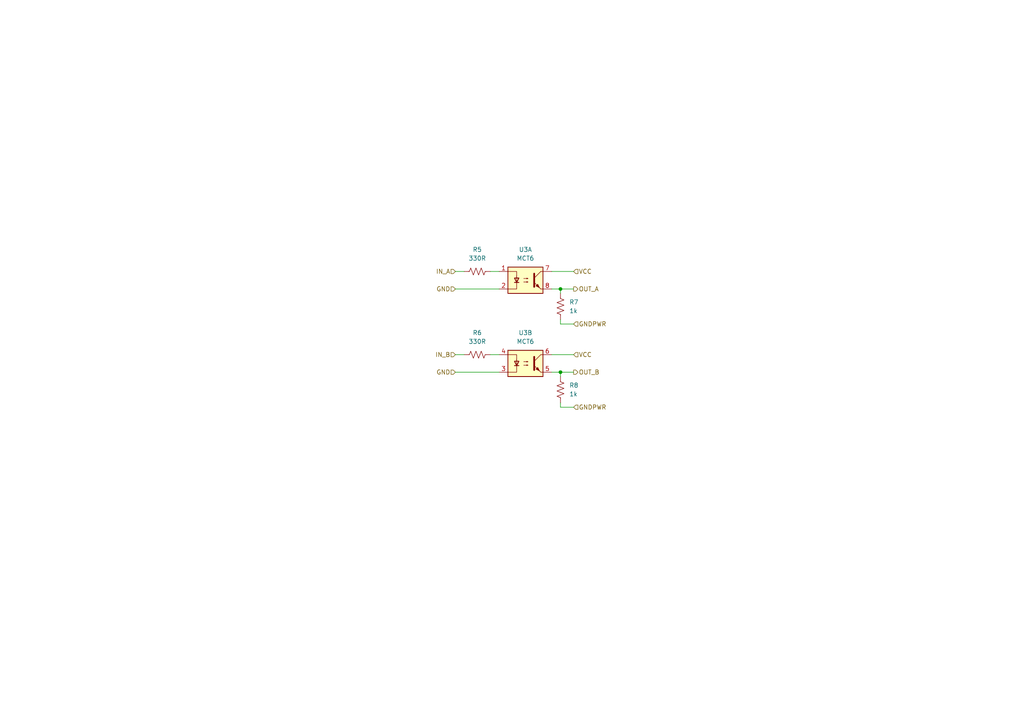
<source format=kicad_sch>
(kicad_sch (version 20250114) (generator "eeschema") (generator_version "9.0")
  (paper "A4")
  (title_block (title "Optocoupler") (date "2025-06-06") (rev "A") (company "Team 5") (comment 1 "George Sleen"))
  (lib_symbols
    (symbol "Device:R_US" (pin_numbers (hide yes)) (pin_names (offset 0))
      (property "Reference" "R" (at 2.54 0 90))
      (property "Value" "R_US" (at -2.54 0 90))
      (symbol "R_US_0_1"
        (polyline (pts (xy 0 2.286) (xy 0 2.54)))
        (polyline (pts (xy 0 2.286) (xy 1.016 1.905) (xy 0 1.524) (xy -1.016 1.143) (xy 0 0.762)))
        (polyline (pts (xy 0 0.762) (xy 1.016 0.381) (xy 0 0) (xy -1.016 -0.381) (xy 0 -0.762)))
        (polyline (pts (xy 0 -0.762) (xy 1.016 -1.143) (xy 0 -1.524) (xy -1.016 -1.905) (xy 0 -2.286)))
        (polyline (pts (xy 0 -2.286) (xy 0 -2.54)))
      )
      (symbol "R_US_1_1"
        (pin passive line (at 0 3.81 270) (length 1.27) (name "~") (number "1"))
        (pin passive line (at 0 -3.81 90) (length 1.27) (name "~") (number "2"))
      )
    )
    (symbol "GS_Optoelectronic:MCT6" (pin_names (offset 1.016))
      (property "Reference" "U" (at -3.81 5.08 0))
      (property "Value" "MCT6" (at 0 -5.08 0))
      (symbol "MCT6_0_1"
        (rectangle (start -5.08 3.81) (end 5.08 -3.81) (stroke (width 0.254)) (fill (type background)))
        (polyline (pts (xy -5.08 -2.54) (xy -2.54 -2.54) (xy -2.54 1.27) (xy -2.54 -0.635)))
        (polyline (pts (xy -2.54 0.635) (xy -2.54 2.54) (xy -5.08 2.54)))
        (polyline (pts (xy -0.508 0.508) (xy 0.762 0.508) (xy 0.381 0.635) (xy 0.381 0.381) (xy 0.762 0.508)))
        (polyline (pts (xy -0.508 -0.508) (xy 0.762 -0.508) (xy 0.381 -0.381) (xy 0.381 -0.635) (xy 0.762 -0.508)))
        (polyline (pts (xy 2.54 1.905) (xy 2.54 -1.905) (xy 2.54 -1.905)) (stroke (width 0.508)))
        (polyline (pts (xy 2.54 0.635) (xy 4.445 2.54)))
        (polyline (pts (xy 4.445 2.54) (xy 5.08 2.54)))
        (polyline (pts (xy 4.445 -2.54) (xy 2.54 -0.635)) (fill (type outline)))
        (polyline (pts (xy 4.445 -2.54) (xy 5.08 -2.54)))
      )
      (symbol "MCT6_1_1"
        (polyline (pts (xy -3.175 -0.635) (xy -1.905 -0.635)) (stroke (width 0.254)))
        (polyline (pts (xy -2.54 -0.635) (xy -3.175 0.635) (xy -1.905 0.635) (xy -2.54 -0.635)) (stroke (width 0.254)))
        (polyline (pts (xy 3.048 -1.651) (xy 3.556 -1.143) (xy 4.064 -2.159) (xy 3.048 -1.651) (xy 3.048 -1.651)) (fill (type outline)))
        (pin passive line (at -7.62 2.54 0) (length 2.54) (name "~") (number "1"))
        (pin passive line (at -7.62 -2.54 0) (length 2.54) (name "~") (number "2"))
        (pin passive line (at 7.62 2.54 180) (length 2.54) (name "~") (number "7"))
        (pin passive line (at 7.62 -2.54 180) (length 2.54) (name "~") (number "8"))
      )
      (symbol "MCT6_2_1"
        (polyline (pts (xy -3.175 -0.635) (xy -1.905 -0.635)) (stroke (width 0.254)))
        (polyline (pts (xy -2.54 -0.635) (xy -3.175 0.635) (xy -1.905 0.635) (xy -2.54 -0.635)) (stroke (width 0.254)))
        (polyline (pts (xy 3.048 -1.651) (xy 3.556 -1.143) (xy 4.064 -2.159) (xy 3.048 -1.651) (xy 3.048 -1.651)) (fill (type outline)))
        (pin passive line (at -7.62 2.54 0) (length 2.54) (name "~") (number "4"))
        (pin passive line (at -7.62 -2.54 0) (length 2.54) (name "~") (number "3"))
        (pin passive line (at 7.62 2.54 180) (length 2.54) (name "~") (number "6"))
        (pin passive line (at 7.62 -2.54 180) (length 2.54) (name "~") (number "5"))
      )
    )
  )
  (junction (at 162.56 83.82))
  (junction (at 162.56 107.95))
  (wire (pts (xy 134.62 78.74) (xy 132.08 78.74)))
  (wire (pts (xy 162.56 83.82) (xy 160.02 83.82)))
  (wire (pts (xy 142.24 102.87) (xy 144.78 102.87)))
  (wire (pts (xy 162.56 92.71) (xy 162.56 93.98)))
  (wire (pts (xy 162.56 107.95) (xy 160.02 107.95)))
  (wire (pts (xy 162.56 109.22) (xy 162.56 107.95)))
  (wire (pts (xy 134.62 102.87) (xy 132.08 102.87)))
  (wire (pts (xy 132.08 83.82) (xy 144.78 83.82)))
  (wire (pts (xy 162.56 116.84) (xy 162.56 118.11)))
  (wire (pts (xy 160.02 78.74) (xy 166.37 78.74)))
  (wire (pts (xy 162.56 118.11) (xy 166.37 118.11)))
  (wire (pts (xy 142.24 78.74) (xy 144.78 78.74)))
  (wire (pts (xy 160.02 102.87) (xy 166.37 102.87)))
  (wire (pts (xy 132.08 107.95) (xy 144.78 107.95)))
  (wire (pts (xy 162.56 85.09) (xy 162.56 83.82)))
  (wire (pts (xy 162.56 83.82) (xy 166.37 83.82)))
  (wire (pts (xy 166.37 107.95) (xy 162.56 107.95)))
  (wire (pts (xy 162.56 93.98) (xy 166.37 93.98)))
  (hierarchical_label "VCC" (shape input) (at 166.37 78.74 0))
  (hierarchical_label "GND" (shape input) (at 132.08 107.95 180))
  (hierarchical_label "OUT_A" (shape output) (at 166.37 83.82 0))
  (hierarchical_label "OUT_B" (shape output) (at 166.37 107.95 0))
  (hierarchical_label "GNDPWR" (shape input) (at 166.37 118.11 0))
  (hierarchical_label "GNDPWR" (shape input) (at 166.37 93.98 0))
  (hierarchical_label "GND" (shape input) (at 132.08 83.82 180))
  (hierarchical_label "IN_B" (shape input) (at 132.08 102.87 180))
  (hierarchical_label "VCC" (shape input) (at 166.37 102.87 0))
  (hierarchical_label "IN_A" (shape input) (at 132.08 78.74 180))
  (symbol (lib_id "GS_Optoelectronic:MCT6") (at 152.4 81.28 0) (unit 1)
    (property "Reference" "U1" (at 152.4 72.39 0))
    (property "Value" "MCT6" (at 152.4 74.93 0))
    (property "Footprint" "Package_DIP:DIP-8_W7.62mm_LongPads" (effects (hide yes)))
    (property "Datasheet" "https://www.mouser.com/datasheet/2/149/MCT6-1011122.pdf" (effects (hide yes)))
    (property "Description" "DC Optocoupler, DIP-8" (effects (hide yes)))
    (instances (project "motor-controller" (path "" (reference "U3") (unit 1)) (path "" (reference "U1") (unit 1))))
  )
  (symbol (lib_id "GS_Optoelectronic:MCT6") (at 152.4 105.41 0) (unit 2)
    (property "Reference" "U1" (at 152.4 96.52 0))
    (property "Value" "MCT6" (at 152.4 99.06 0))
    (property "Footprint" "Package_DIP:DIP-8_W7.62mm_LongPads" (effects (hide yes)))
    (property "Datasheet" "https://www.mouser.com/datasheet/2/149/MCT6-1011122.pdf" (effects (hide yes)))
    (property "Description" "DC Optocoupler, DIP-8" (effects (hide yes)))
    (instances (project "motor-controller" (path "" (reference "U3") (unit 2)) (path "" (reference "U1") (unit 2))))
  )
  (symbol (lib_id "Device:R_US") (at 162.56 88.9 180) (unit 1)
    (property "Reference" "R4" (at 165.1 87.6299 0) (effects (justify right)))
    (property "Value" "1k" (at 165.1 90.1699 0) (effects (justify right)))
    (property "Footprint" "Resistor_THT:R_Axial_DIN0309_L9.0mm_D3.2mm_P12.70mm_Horizontal" (effects (hide yes)))
    (property "Description" "Resistor, US symbol" (effects (hide yes)))
    (instances (project "motor-controller" (path "" (reference "R7") (unit 1)) (path "" (reference "R4") (unit 1))))
  )
  (symbol (lib_id "Device:R_US") (at 162.56 113.03 180) (unit 1)
    (property "Reference" "R3" (at 165.1 111.7599 0) (effects (justify right)))
    (property "Value" "1k" (at 165.1 114.2999 0) (effects (justify right)))
    (property "Footprint" "Resistor_THT:R_Axial_DIN0309_L9.0mm_D3.2mm_P12.70mm_Horizontal" (effects (hide yes)))
    (property "Description" "Resistor, US symbol" (effects (hide yes)))
    (instances (project "motor-controller" (path "" (reference "R8") (unit 1)) (path "" (reference "R3") (unit 1))))
  )
  (symbol (lib_id "Device:R_US") (at 138.43 78.74 90) (unit 1)
    (property "Reference" "R1" (at 138.43 72.39 90))
    (property "Value" "330R" (at 138.43 74.93 90))
    (property "Footprint" "Resistor_THT:R_Axial_DIN0309_L9.0mm_D3.2mm_P12.70mm_Horizontal" (effects (hide yes)))
    (property "Description" "Resistor, US symbol" (effects (hide yes)))
    (instances (project "motor-controller" (path "" (reference "R5") (unit 1)) (path "" (reference "R1") (unit 1))))
  )
  (symbol (lib_id "Device:R_US") (at 138.43 102.87 90) (unit 1)
    (property "Reference" "R2" (at 138.43 96.52 90))
    (property "Value" "330R" (at 138.43 99.06 90))
    (property "Footprint" "Resistor_THT:R_Axial_DIN0309_L9.0mm_D3.2mm_P12.70mm_Horizontal" (effects (hide yes)))
    (property "Description" "Resistor, US symbol" (effects (hide yes)))
    (instances (project "motor-controller" (path "" (reference "R6") (unit 1)) (path "" (reference "R2") (unit 1))))
  )
)
</source>
